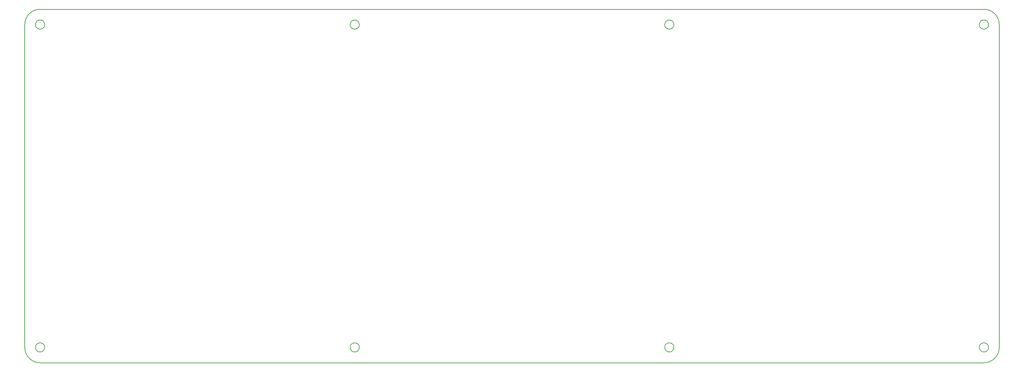
<source format=gm1>
G04 #@! TF.GenerationSoftware,KiCad,Pcbnew,(5.0.0)*
G04 #@! TF.CreationDate,2019-01-29T14:29:27-08:00*
G04 #@! TF.ProjectId,UT47.2-Bottom,555434372E322D426F74746F6D2E6B69,rev?*
G04 #@! TF.SameCoordinates,Original*
G04 #@! TF.FileFunction,Profile,NP*
%FSLAX46Y46*%
G04 Gerber Fmt 4.6, Leading zero omitted, Abs format (unit mm)*
G04 Created by KiCad (PCBNEW (5.0.0)) date 01/29/19 14:29:27*
%MOMM*%
%LPD*%
G01*
G04 APERTURE LIST*
G04 #@! TA.AperFunction,NonConductor*
%ADD10C,0.200000*%
G04 #@! TD*
G04 APERTURE END LIST*
D10*
G04 #@! TO.C,J1*
X23907750Y-114236000D02*
G75*
G02X19907750Y-110236000I0J4000000D01*
G01*
X270032750Y-22036000D02*
G75*
G02X274032750Y-26036000I0J-4000000D01*
G01*
X274032750Y-26036000D02*
X274032750Y-110236000D01*
X23907750Y-22036000D02*
X270032750Y-22036000D01*
X274032750Y-110236000D02*
G75*
G02X270032750Y-114236000I-4000000J0D01*
G01*
X107149417Y-110236000D02*
G75*
G03X107149417Y-110236000I-1200000J0D01*
G01*
X189191083Y-110236000D02*
G75*
G03X189191083Y-110236000I-1200000J0D01*
G01*
X189191083Y-26036000D02*
G75*
G03X189191083Y-26036000I-1200000J0D01*
G01*
X25107750Y-110236000D02*
G75*
G03X25107750Y-110236000I-1200000J0D01*
G01*
X271232750Y-110236000D02*
G75*
G03X271232750Y-110236000I-1200000J0D01*
G01*
X107149417Y-26036000D02*
G75*
G03X107149417Y-26036000I-1200000J0D01*
G01*
X25107750Y-26036000D02*
G75*
G03X25107750Y-26036000I-1200000J0D01*
G01*
X271232750Y-26036000D02*
G75*
G03X271232750Y-26036000I-1200000J0D01*
G01*
X270032750Y-114236000D02*
X23907750Y-114236000D01*
X19907750Y-110236000D02*
X19907750Y-26036000D01*
X19907750Y-26036000D02*
G75*
G02X23907750Y-22036000I4000000J0D01*
G01*
G04 #@! TD*
M02*

</source>
